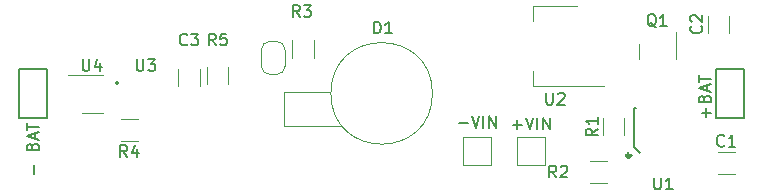
<source format=gbr>
%TF.GenerationSoftware,KiCad,Pcbnew,7.0.10*%
%TF.CreationDate,2024-10-13T16:46:53+02:00*%
%TF.ProjectId,Luz solar,4c757a20-736f-46c6-9172-2e6b69636164,rev?*%
%TF.SameCoordinates,Original*%
%TF.FileFunction,Legend,Top*%
%TF.FilePolarity,Positive*%
%FSLAX46Y46*%
G04 Gerber Fmt 4.6, Leading zero omitted, Abs format (unit mm)*
G04 Created by KiCad (PCBNEW 7.0.10) date 2024-10-13 16:46:53*
%MOMM*%
%LPD*%
G01*
G04 APERTURE LIST*
%ADD10C,0.150000*%
%ADD11C,0.127000*%
%ADD12C,0.330200*%
%ADD13C,0.120000*%
%ADD14C,0.200000*%
G04 APERTURE END LIST*
D10*
X155575095Y-98133819D02*
X155575095Y-98943342D01*
X155575095Y-98943342D02*
X155622714Y-99038580D01*
X155622714Y-99038580D02*
X155670333Y-99086200D01*
X155670333Y-99086200D02*
X155765571Y-99133819D01*
X155765571Y-99133819D02*
X155956047Y-99133819D01*
X155956047Y-99133819D02*
X156051285Y-99086200D01*
X156051285Y-99086200D02*
X156098904Y-99038580D01*
X156098904Y-99038580D02*
X156146523Y-98943342D01*
X156146523Y-98943342D02*
X156146523Y-98133819D01*
X157146523Y-99133819D02*
X156575095Y-99133819D01*
X156860809Y-99133819D02*
X156860809Y-98133819D01*
X156860809Y-98133819D02*
X156765571Y-98276676D01*
X156765571Y-98276676D02*
X156670333Y-98371914D01*
X156670333Y-98371914D02*
X156575095Y-98419533D01*
X125563333Y-84528819D02*
X125230000Y-84052628D01*
X124991905Y-84528819D02*
X124991905Y-83528819D01*
X124991905Y-83528819D02*
X125372857Y-83528819D01*
X125372857Y-83528819D02*
X125468095Y-83576438D01*
X125468095Y-83576438D02*
X125515714Y-83624057D01*
X125515714Y-83624057D02*
X125563333Y-83719295D01*
X125563333Y-83719295D02*
X125563333Y-83862152D01*
X125563333Y-83862152D02*
X125515714Y-83957390D01*
X125515714Y-83957390D02*
X125468095Y-84005009D01*
X125468095Y-84005009D02*
X125372857Y-84052628D01*
X125372857Y-84052628D02*
X124991905Y-84052628D01*
X125896667Y-83528819D02*
X126515714Y-83528819D01*
X126515714Y-83528819D02*
X126182381Y-83909771D01*
X126182381Y-83909771D02*
X126325238Y-83909771D01*
X126325238Y-83909771D02*
X126420476Y-83957390D01*
X126420476Y-83957390D02*
X126468095Y-84005009D01*
X126468095Y-84005009D02*
X126515714Y-84100247D01*
X126515714Y-84100247D02*
X126515714Y-84338342D01*
X126515714Y-84338342D02*
X126468095Y-84433580D01*
X126468095Y-84433580D02*
X126420476Y-84481200D01*
X126420476Y-84481200D02*
X126325238Y-84528819D01*
X126325238Y-84528819D02*
X126039524Y-84528819D01*
X126039524Y-84528819D02*
X125944286Y-84481200D01*
X125944286Y-84481200D02*
X125896667Y-84433580D01*
X107188095Y-88100819D02*
X107188095Y-88910342D01*
X107188095Y-88910342D02*
X107235714Y-89005580D01*
X107235714Y-89005580D02*
X107283333Y-89053200D01*
X107283333Y-89053200D02*
X107378571Y-89100819D01*
X107378571Y-89100819D02*
X107569047Y-89100819D01*
X107569047Y-89100819D02*
X107664285Y-89053200D01*
X107664285Y-89053200D02*
X107711904Y-89005580D01*
X107711904Y-89005580D02*
X107759523Y-88910342D01*
X107759523Y-88910342D02*
X107759523Y-88100819D01*
X108664285Y-88434152D02*
X108664285Y-89100819D01*
X108426190Y-88053200D02*
X108188095Y-88767485D01*
X108188095Y-88767485D02*
X108807142Y-88767485D01*
X103070866Y-97829428D02*
X103070866Y-97067524D01*
X102928009Y-95496095D02*
X102975628Y-95353238D01*
X102975628Y-95353238D02*
X103023247Y-95305619D01*
X103023247Y-95305619D02*
X103118485Y-95258000D01*
X103118485Y-95258000D02*
X103261342Y-95258000D01*
X103261342Y-95258000D02*
X103356580Y-95305619D01*
X103356580Y-95305619D02*
X103404200Y-95353238D01*
X103404200Y-95353238D02*
X103451819Y-95448476D01*
X103451819Y-95448476D02*
X103451819Y-95829428D01*
X103451819Y-95829428D02*
X102451819Y-95829428D01*
X102451819Y-95829428D02*
X102451819Y-95496095D01*
X102451819Y-95496095D02*
X102499438Y-95400857D01*
X102499438Y-95400857D02*
X102547057Y-95353238D01*
X102547057Y-95353238D02*
X102642295Y-95305619D01*
X102642295Y-95305619D02*
X102737533Y-95305619D01*
X102737533Y-95305619D02*
X102832771Y-95353238D01*
X102832771Y-95353238D02*
X102880390Y-95400857D01*
X102880390Y-95400857D02*
X102928009Y-95496095D01*
X102928009Y-95496095D02*
X102928009Y-95829428D01*
X103166104Y-94877047D02*
X103166104Y-94400857D01*
X103451819Y-94972285D02*
X102451819Y-94638952D01*
X102451819Y-94638952D02*
X103451819Y-94305619D01*
X102451819Y-94115142D02*
X102451819Y-93543714D01*
X103451819Y-93829428D02*
X102451819Y-93829428D01*
X146431095Y-90949819D02*
X146431095Y-91759342D01*
X146431095Y-91759342D02*
X146478714Y-91854580D01*
X146478714Y-91854580D02*
X146526333Y-91902200D01*
X146526333Y-91902200D02*
X146621571Y-91949819D01*
X146621571Y-91949819D02*
X146812047Y-91949819D01*
X146812047Y-91949819D02*
X146907285Y-91902200D01*
X146907285Y-91902200D02*
X146954904Y-91854580D01*
X146954904Y-91854580D02*
X147002523Y-91759342D01*
X147002523Y-91759342D02*
X147002523Y-90949819D01*
X147431095Y-91045057D02*
X147478714Y-90997438D01*
X147478714Y-90997438D02*
X147573952Y-90949819D01*
X147573952Y-90949819D02*
X147812047Y-90949819D01*
X147812047Y-90949819D02*
X147907285Y-90997438D01*
X147907285Y-90997438D02*
X147954904Y-91045057D01*
X147954904Y-91045057D02*
X148002523Y-91140295D01*
X148002523Y-91140295D02*
X148002523Y-91235533D01*
X148002523Y-91235533D02*
X147954904Y-91378390D01*
X147954904Y-91378390D02*
X147383476Y-91949819D01*
X147383476Y-91949819D02*
X148002523Y-91949819D01*
X110958333Y-96381819D02*
X110625000Y-95905628D01*
X110386905Y-96381819D02*
X110386905Y-95381819D01*
X110386905Y-95381819D02*
X110767857Y-95381819D01*
X110767857Y-95381819D02*
X110863095Y-95429438D01*
X110863095Y-95429438D02*
X110910714Y-95477057D01*
X110910714Y-95477057D02*
X110958333Y-95572295D01*
X110958333Y-95572295D02*
X110958333Y-95715152D01*
X110958333Y-95715152D02*
X110910714Y-95810390D01*
X110910714Y-95810390D02*
X110863095Y-95858009D01*
X110863095Y-95858009D02*
X110767857Y-95905628D01*
X110767857Y-95905628D02*
X110386905Y-95905628D01*
X111815476Y-95715152D02*
X111815476Y-96381819D01*
X111577381Y-95334200D02*
X111339286Y-96048485D01*
X111339286Y-96048485D02*
X111958333Y-96048485D01*
X150780819Y-93993666D02*
X150304628Y-94326999D01*
X150780819Y-94565094D02*
X149780819Y-94565094D01*
X149780819Y-94565094D02*
X149780819Y-94184142D01*
X149780819Y-94184142D02*
X149828438Y-94088904D01*
X149828438Y-94088904D02*
X149876057Y-94041285D01*
X149876057Y-94041285D02*
X149971295Y-93993666D01*
X149971295Y-93993666D02*
X150114152Y-93993666D01*
X150114152Y-93993666D02*
X150209390Y-94041285D01*
X150209390Y-94041285D02*
X150257009Y-94088904D01*
X150257009Y-94088904D02*
X150304628Y-94184142D01*
X150304628Y-94184142D02*
X150304628Y-94565094D01*
X150780819Y-93041285D02*
X150780819Y-93612713D01*
X150780819Y-93326999D02*
X149780819Y-93326999D01*
X149780819Y-93326999D02*
X149923676Y-93422237D01*
X149923676Y-93422237D02*
X150018914Y-93517475D01*
X150018914Y-93517475D02*
X150066533Y-93612713D01*
X131849905Y-85925819D02*
X131849905Y-84925819D01*
X131849905Y-84925819D02*
X132088000Y-84925819D01*
X132088000Y-84925819D02*
X132230857Y-84973438D01*
X132230857Y-84973438D02*
X132326095Y-85068676D01*
X132326095Y-85068676D02*
X132373714Y-85163914D01*
X132373714Y-85163914D02*
X132421333Y-85354390D01*
X132421333Y-85354390D02*
X132421333Y-85497247D01*
X132421333Y-85497247D02*
X132373714Y-85687723D01*
X132373714Y-85687723D02*
X132326095Y-85782961D01*
X132326095Y-85782961D02*
X132230857Y-85878200D01*
X132230857Y-85878200D02*
X132088000Y-85925819D01*
X132088000Y-85925819D02*
X131849905Y-85925819D01*
X133373714Y-85925819D02*
X132802286Y-85925819D01*
X133088000Y-85925819D02*
X133088000Y-84925819D01*
X133088000Y-84925819D02*
X132992762Y-85068676D01*
X132992762Y-85068676D02*
X132897524Y-85163914D01*
X132897524Y-85163914D02*
X132802286Y-85211533D01*
X118451333Y-86941819D02*
X118118000Y-86465628D01*
X117879905Y-86941819D02*
X117879905Y-85941819D01*
X117879905Y-85941819D02*
X118260857Y-85941819D01*
X118260857Y-85941819D02*
X118356095Y-85989438D01*
X118356095Y-85989438D02*
X118403714Y-86037057D01*
X118403714Y-86037057D02*
X118451333Y-86132295D01*
X118451333Y-86132295D02*
X118451333Y-86275152D01*
X118451333Y-86275152D02*
X118403714Y-86370390D01*
X118403714Y-86370390D02*
X118356095Y-86418009D01*
X118356095Y-86418009D02*
X118260857Y-86465628D01*
X118260857Y-86465628D02*
X117879905Y-86465628D01*
X119356095Y-85941819D02*
X118879905Y-85941819D01*
X118879905Y-85941819D02*
X118832286Y-86418009D01*
X118832286Y-86418009D02*
X118879905Y-86370390D01*
X118879905Y-86370390D02*
X118975143Y-86322771D01*
X118975143Y-86322771D02*
X119213238Y-86322771D01*
X119213238Y-86322771D02*
X119308476Y-86370390D01*
X119308476Y-86370390D02*
X119356095Y-86418009D01*
X119356095Y-86418009D02*
X119403714Y-86513247D01*
X119403714Y-86513247D02*
X119403714Y-86751342D01*
X119403714Y-86751342D02*
X119356095Y-86846580D01*
X119356095Y-86846580D02*
X119308476Y-86894200D01*
X119308476Y-86894200D02*
X119213238Y-86941819D01*
X119213238Y-86941819D02*
X118975143Y-86941819D01*
X118975143Y-86941819D02*
X118879905Y-86894200D01*
X118879905Y-86894200D02*
X118832286Y-86846580D01*
X116038333Y-86846580D02*
X115990714Y-86894200D01*
X115990714Y-86894200D02*
X115847857Y-86941819D01*
X115847857Y-86941819D02*
X115752619Y-86941819D01*
X115752619Y-86941819D02*
X115609762Y-86894200D01*
X115609762Y-86894200D02*
X115514524Y-86798961D01*
X115514524Y-86798961D02*
X115466905Y-86703723D01*
X115466905Y-86703723D02*
X115419286Y-86513247D01*
X115419286Y-86513247D02*
X115419286Y-86370390D01*
X115419286Y-86370390D02*
X115466905Y-86179914D01*
X115466905Y-86179914D02*
X115514524Y-86084676D01*
X115514524Y-86084676D02*
X115609762Y-85989438D01*
X115609762Y-85989438D02*
X115752619Y-85941819D01*
X115752619Y-85941819D02*
X115847857Y-85941819D01*
X115847857Y-85941819D02*
X115990714Y-85989438D01*
X115990714Y-85989438D02*
X116038333Y-86037057D01*
X116371667Y-85941819D02*
X116990714Y-85941819D01*
X116990714Y-85941819D02*
X116657381Y-86322771D01*
X116657381Y-86322771D02*
X116800238Y-86322771D01*
X116800238Y-86322771D02*
X116895476Y-86370390D01*
X116895476Y-86370390D02*
X116943095Y-86418009D01*
X116943095Y-86418009D02*
X116990714Y-86513247D01*
X116990714Y-86513247D02*
X116990714Y-86751342D01*
X116990714Y-86751342D02*
X116943095Y-86846580D01*
X116943095Y-86846580D02*
X116895476Y-86894200D01*
X116895476Y-86894200D02*
X116800238Y-86941819D01*
X116800238Y-86941819D02*
X116514524Y-86941819D01*
X116514524Y-86941819D02*
X116419286Y-86894200D01*
X116419286Y-86894200D02*
X116371667Y-86846580D01*
X161504333Y-95410580D02*
X161456714Y-95458200D01*
X161456714Y-95458200D02*
X161313857Y-95505819D01*
X161313857Y-95505819D02*
X161218619Y-95505819D01*
X161218619Y-95505819D02*
X161075762Y-95458200D01*
X161075762Y-95458200D02*
X160980524Y-95362961D01*
X160980524Y-95362961D02*
X160932905Y-95267723D01*
X160932905Y-95267723D02*
X160885286Y-95077247D01*
X160885286Y-95077247D02*
X160885286Y-94934390D01*
X160885286Y-94934390D02*
X160932905Y-94743914D01*
X160932905Y-94743914D02*
X160980524Y-94648676D01*
X160980524Y-94648676D02*
X161075762Y-94553438D01*
X161075762Y-94553438D02*
X161218619Y-94505819D01*
X161218619Y-94505819D02*
X161313857Y-94505819D01*
X161313857Y-94505819D02*
X161456714Y-94553438D01*
X161456714Y-94553438D02*
X161504333Y-94601057D01*
X162456714Y-95505819D02*
X161885286Y-95505819D01*
X162171000Y-95505819D02*
X162171000Y-94505819D01*
X162171000Y-94505819D02*
X162075762Y-94648676D01*
X162075762Y-94648676D02*
X161980524Y-94743914D01*
X161980524Y-94743914D02*
X161885286Y-94791533D01*
X159545580Y-85305666D02*
X159593200Y-85353285D01*
X159593200Y-85353285D02*
X159640819Y-85496142D01*
X159640819Y-85496142D02*
X159640819Y-85591380D01*
X159640819Y-85591380D02*
X159593200Y-85734237D01*
X159593200Y-85734237D02*
X159497961Y-85829475D01*
X159497961Y-85829475D02*
X159402723Y-85877094D01*
X159402723Y-85877094D02*
X159212247Y-85924713D01*
X159212247Y-85924713D02*
X159069390Y-85924713D01*
X159069390Y-85924713D02*
X158878914Y-85877094D01*
X158878914Y-85877094D02*
X158783676Y-85829475D01*
X158783676Y-85829475D02*
X158688438Y-85734237D01*
X158688438Y-85734237D02*
X158640819Y-85591380D01*
X158640819Y-85591380D02*
X158640819Y-85496142D01*
X158640819Y-85496142D02*
X158688438Y-85353285D01*
X158688438Y-85353285D02*
X158736057Y-85305666D01*
X158736057Y-84924713D02*
X158688438Y-84877094D01*
X158688438Y-84877094D02*
X158640819Y-84781856D01*
X158640819Y-84781856D02*
X158640819Y-84543761D01*
X158640819Y-84543761D02*
X158688438Y-84448523D01*
X158688438Y-84448523D02*
X158736057Y-84400904D01*
X158736057Y-84400904D02*
X158831295Y-84353285D01*
X158831295Y-84353285D02*
X158926533Y-84353285D01*
X158926533Y-84353285D02*
X159069390Y-84400904D01*
X159069390Y-84400904D02*
X159640819Y-84972332D01*
X159640819Y-84972332D02*
X159640819Y-84353285D01*
X147280333Y-98117819D02*
X146947000Y-97641628D01*
X146708905Y-98117819D02*
X146708905Y-97117819D01*
X146708905Y-97117819D02*
X147089857Y-97117819D01*
X147089857Y-97117819D02*
X147185095Y-97165438D01*
X147185095Y-97165438D02*
X147232714Y-97213057D01*
X147232714Y-97213057D02*
X147280333Y-97308295D01*
X147280333Y-97308295D02*
X147280333Y-97451152D01*
X147280333Y-97451152D02*
X147232714Y-97546390D01*
X147232714Y-97546390D02*
X147185095Y-97594009D01*
X147185095Y-97594009D02*
X147089857Y-97641628D01*
X147089857Y-97641628D02*
X146708905Y-97641628D01*
X147661286Y-97213057D02*
X147708905Y-97165438D01*
X147708905Y-97165438D02*
X147804143Y-97117819D01*
X147804143Y-97117819D02*
X148042238Y-97117819D01*
X148042238Y-97117819D02*
X148137476Y-97165438D01*
X148137476Y-97165438D02*
X148185095Y-97213057D01*
X148185095Y-97213057D02*
X148232714Y-97308295D01*
X148232714Y-97308295D02*
X148232714Y-97403533D01*
X148232714Y-97403533D02*
X148185095Y-97546390D01*
X148185095Y-97546390D02*
X147613667Y-98117819D01*
X147613667Y-98117819D02*
X148232714Y-98117819D01*
X155733761Y-85386057D02*
X155638523Y-85338438D01*
X155638523Y-85338438D02*
X155543285Y-85243200D01*
X155543285Y-85243200D02*
X155400428Y-85100342D01*
X155400428Y-85100342D02*
X155305190Y-85052723D01*
X155305190Y-85052723D02*
X155209952Y-85052723D01*
X155257571Y-85290819D02*
X155162333Y-85243200D01*
X155162333Y-85243200D02*
X155067095Y-85147961D01*
X155067095Y-85147961D02*
X155019476Y-84957485D01*
X155019476Y-84957485D02*
X155019476Y-84624152D01*
X155019476Y-84624152D02*
X155067095Y-84433676D01*
X155067095Y-84433676D02*
X155162333Y-84338438D01*
X155162333Y-84338438D02*
X155257571Y-84290819D01*
X155257571Y-84290819D02*
X155448047Y-84290819D01*
X155448047Y-84290819D02*
X155543285Y-84338438D01*
X155543285Y-84338438D02*
X155638523Y-84433676D01*
X155638523Y-84433676D02*
X155686142Y-84624152D01*
X155686142Y-84624152D02*
X155686142Y-84957485D01*
X155686142Y-84957485D02*
X155638523Y-85147961D01*
X155638523Y-85147961D02*
X155543285Y-85243200D01*
X155543285Y-85243200D02*
X155448047Y-85290819D01*
X155448047Y-85290819D02*
X155257571Y-85290819D01*
X156638523Y-85290819D02*
X156067095Y-85290819D01*
X156352809Y-85290819D02*
X156352809Y-84290819D01*
X156352809Y-84290819D02*
X156257571Y-84433676D01*
X156257571Y-84433676D02*
X156162333Y-84528914D01*
X156162333Y-84528914D02*
X156067095Y-84576533D01*
X111760095Y-88100819D02*
X111760095Y-88910342D01*
X111760095Y-88910342D02*
X111807714Y-89005580D01*
X111807714Y-89005580D02*
X111855333Y-89053200D01*
X111855333Y-89053200D02*
X111950571Y-89100819D01*
X111950571Y-89100819D02*
X112141047Y-89100819D01*
X112141047Y-89100819D02*
X112236285Y-89053200D01*
X112236285Y-89053200D02*
X112283904Y-89005580D01*
X112283904Y-89005580D02*
X112331523Y-88910342D01*
X112331523Y-88910342D02*
X112331523Y-88100819D01*
X112712476Y-88100819D02*
X113331523Y-88100819D01*
X113331523Y-88100819D02*
X112998190Y-88481771D01*
X112998190Y-88481771D02*
X113141047Y-88481771D01*
X113141047Y-88481771D02*
X113236285Y-88529390D01*
X113236285Y-88529390D02*
X113283904Y-88577009D01*
X113283904Y-88577009D02*
X113331523Y-88672247D01*
X113331523Y-88672247D02*
X113331523Y-88910342D01*
X113331523Y-88910342D02*
X113283904Y-89005580D01*
X113283904Y-89005580D02*
X113236285Y-89053200D01*
X113236285Y-89053200D02*
X113141047Y-89100819D01*
X113141047Y-89100819D02*
X112855333Y-89100819D01*
X112855333Y-89100819D02*
X112760095Y-89053200D01*
X112760095Y-89053200D02*
X112712476Y-89005580D01*
X159966866Y-93003475D02*
X159966866Y-92241571D01*
X160347819Y-92622523D02*
X159585914Y-92622523D01*
X159824009Y-91432047D02*
X159871628Y-91289190D01*
X159871628Y-91289190D02*
X159919247Y-91241571D01*
X159919247Y-91241571D02*
X160014485Y-91193952D01*
X160014485Y-91193952D02*
X160157342Y-91193952D01*
X160157342Y-91193952D02*
X160252580Y-91241571D01*
X160252580Y-91241571D02*
X160300200Y-91289190D01*
X160300200Y-91289190D02*
X160347819Y-91384428D01*
X160347819Y-91384428D02*
X160347819Y-91765380D01*
X160347819Y-91765380D02*
X159347819Y-91765380D01*
X159347819Y-91765380D02*
X159347819Y-91432047D01*
X159347819Y-91432047D02*
X159395438Y-91336809D01*
X159395438Y-91336809D02*
X159443057Y-91289190D01*
X159443057Y-91289190D02*
X159538295Y-91241571D01*
X159538295Y-91241571D02*
X159633533Y-91241571D01*
X159633533Y-91241571D02*
X159728771Y-91289190D01*
X159728771Y-91289190D02*
X159776390Y-91336809D01*
X159776390Y-91336809D02*
X159824009Y-91432047D01*
X159824009Y-91432047D02*
X159824009Y-91765380D01*
X160062104Y-90812999D02*
X160062104Y-90336809D01*
X160347819Y-90908237D02*
X159347819Y-90574904D01*
X159347819Y-90574904D02*
X160347819Y-90241571D01*
X159347819Y-90051094D02*
X159347819Y-89479666D01*
X160347819Y-89765380D02*
X159347819Y-89765380D01*
X143589572Y-93672866D02*
X144351477Y-93672866D01*
X143970524Y-94053819D02*
X143970524Y-93291914D01*
X144684810Y-93053819D02*
X145018143Y-94053819D01*
X145018143Y-94053819D02*
X145351476Y-93053819D01*
X145684810Y-94053819D02*
X145684810Y-93053819D01*
X146161000Y-94053819D02*
X146161000Y-93053819D01*
X146161000Y-93053819D02*
X146732428Y-94053819D01*
X146732428Y-94053819D02*
X146732428Y-93053819D01*
X139017572Y-93545866D02*
X139779477Y-93545866D01*
X140112810Y-92926819D02*
X140446143Y-93926819D01*
X140446143Y-93926819D02*
X140779476Y-92926819D01*
X141112810Y-93926819D02*
X141112810Y-92926819D01*
X141589000Y-93926819D02*
X141589000Y-92926819D01*
X141589000Y-92926819D02*
X142160428Y-93926819D01*
X142160428Y-93926819D02*
X142160428Y-92926819D01*
D11*
%TO.C,U1*%
X153837000Y-92234000D02*
X154037000Y-92234000D01*
X153837000Y-95502910D02*
X153837000Y-92234000D01*
X154368090Y-96034000D02*
X153837000Y-95502910D01*
D12*
X153581100Y-96266000D02*
G75*
G03*
X153250900Y-96266000I-165100J0D01*
G01*
X153250900Y-96266000D02*
G75*
G03*
X153581100Y-96266000I165100J0D01*
G01*
D13*
%TO.C,R3*%
X126767000Y-86521936D02*
X126767000Y-87976064D01*
X124947000Y-86521936D02*
X124947000Y-87976064D01*
%TO.C,U4*%
X107100000Y-92660000D02*
X108900000Y-92660000D01*
X108900000Y-89440000D02*
X105950000Y-89440000D01*
D10*
%TO.C,TP4*%
X101800000Y-93100000D02*
X101800000Y-88900000D01*
X104200000Y-93100000D02*
X101800000Y-93100000D01*
X101800000Y-88900000D02*
X104200000Y-88900000D01*
X104200000Y-88900000D02*
X104200000Y-93100000D01*
D13*
%TO.C,U2*%
X151293000Y-90405000D02*
X145283000Y-90405000D01*
X149043000Y-83585000D02*
X145283000Y-83585000D01*
X145283000Y-90405000D02*
X145283000Y-89145000D01*
X145283000Y-83585000D02*
X145283000Y-84845000D01*
%TO.C,R4*%
X111852064Y-95017000D02*
X110397936Y-95017000D01*
X111852064Y-93197000D02*
X110397936Y-93197000D01*
%TO.C,R1*%
X151236000Y-94554064D02*
X151236000Y-93099936D01*
X153056000Y-94554064D02*
X153056000Y-93099936D01*
%TO.C,D1*%
X124245000Y-90873000D02*
X124245000Y-93794000D01*
X124245000Y-93794000D02*
X129071000Y-93794000D01*
X128055000Y-90873000D02*
X124245000Y-90873000D01*
X136800000Y-91000000D02*
G75*
G03*
X128200000Y-91000000I-4300000J0D01*
G01*
X128200000Y-91000000D02*
G75*
G03*
X136800000Y-91000000I4300000J0D01*
G01*
%TO.C,R5*%
X117708000Y-90236064D02*
X117708000Y-88781936D01*
X119528000Y-90236064D02*
X119528000Y-88781936D01*
%TO.C,C3*%
X115295000Y-90373252D02*
X115295000Y-88950748D01*
X117115000Y-90373252D02*
X117115000Y-88950748D01*
%TO.C,C1*%
X160959748Y-95991000D02*
X162382252Y-95991000D01*
X160959748Y-97811000D02*
X162382252Y-97811000D01*
%TO.C,C2*%
X160126000Y-85850252D02*
X160126000Y-84427748D01*
X161946000Y-85850252D02*
X161946000Y-84427748D01*
%TO.C,R2*%
X151603064Y-98573000D02*
X150148936Y-98573000D01*
X151603064Y-96753000D02*
X150148936Y-96753000D01*
%TO.C,Q1*%
X157389000Y-87454500D02*
X157389000Y-85779500D01*
X157389000Y-87454500D02*
X157389000Y-88104500D01*
X154269000Y-87454500D02*
X154269000Y-86804500D01*
X154269000Y-87454500D02*
X154269000Y-88104500D01*
D14*
%TO.C,U3*%
X110194000Y-90109000D02*
G75*
G03*
X109994000Y-90109000I-100000J0D01*
G01*
X109994000Y-90109000D02*
G75*
G03*
X110194000Y-90109000I100000J0D01*
G01*
D10*
%TO.C,TP3*%
X160800000Y-93100000D02*
X160800000Y-88900000D01*
X163200000Y-93100000D02*
X160800000Y-93100000D01*
X160800000Y-88900000D02*
X163200000Y-88900000D01*
X163200000Y-88900000D02*
X163200000Y-93100000D01*
D13*
%TO.C,JP1*%
X123017000Y-86596000D02*
X123617000Y-86596000D01*
X124317000Y-87296000D02*
X124317000Y-88696000D01*
X122317000Y-88696000D02*
X122317000Y-87296000D01*
X123617000Y-89396000D02*
X123017000Y-89396000D01*
X124317000Y-87296000D02*
G75*
G03*
X123617000Y-86596000I-699999J1D01*
G01*
X123017000Y-86596000D02*
G75*
G03*
X122317000Y-87296000I-1J-699999D01*
G01*
X123617000Y-89396000D02*
G75*
G03*
X124317000Y-88696000I0J700000D01*
G01*
X122317000Y-88696000D02*
G75*
G03*
X123017000Y-89396000I700000J0D01*
G01*
%TO.C,TP1*%
X143961000Y-94685000D02*
X146361000Y-94685000D01*
X143961000Y-97085000D02*
X143961000Y-94685000D01*
X146361000Y-94685000D02*
X146361000Y-97085000D01*
X146361000Y-97085000D02*
X143961000Y-97085000D01*
%TO.C,TP2*%
X139389000Y-94685000D02*
X141789000Y-94685000D01*
X139389000Y-97085000D02*
X139389000Y-94685000D01*
X141789000Y-94685000D02*
X141789000Y-97085000D01*
X141789000Y-97085000D02*
X139389000Y-97085000D01*
%TD*%
M02*

</source>
